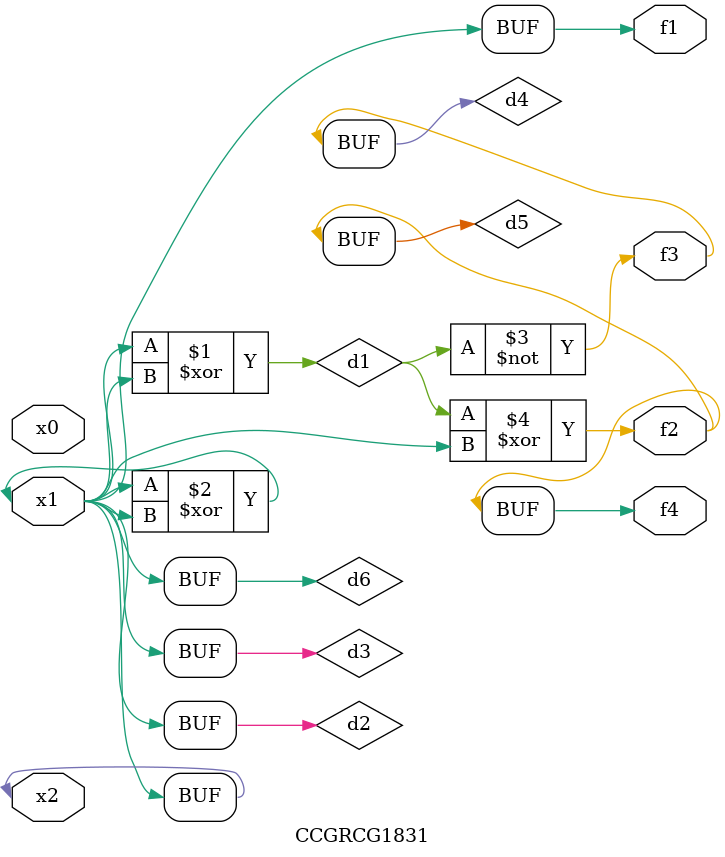
<source format=v>
module CCGRCG1831(
	input x0, x1, x2,
	output f1, f2, f3, f4
);

	wire d1, d2, d3, d4, d5, d6;

	xor (d1, x1, x2);
	buf (d2, x1, x2);
	xor (d3, x1, x2);
	nor (d4, d1);
	xor (d5, d1, d2);
	buf (d6, d2, d3);
	assign f1 = d6;
	assign f2 = d5;
	assign f3 = d4;
	assign f4 = d5;
endmodule

</source>
